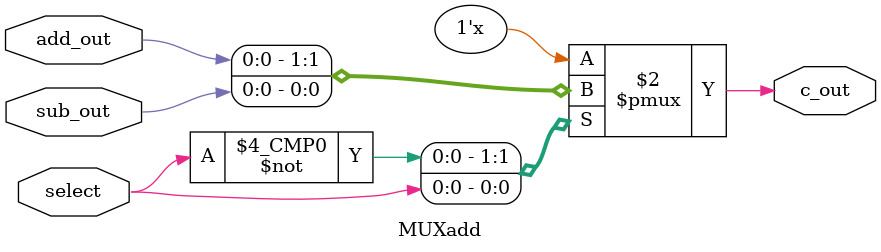
<source format=v>
`timescale 1ns / 1ps


module MUXadd(c_out,add_out,sub_out,select);

input add_out;
input sub_out; 
input select; 

output reg c_out;

always@(*) begin
case (select)
    1'b0: c_out = add_out;
    1'b1: c_out = sub_out;
    
    default: c_out = 0;
endcase
end

endmodule

</source>
